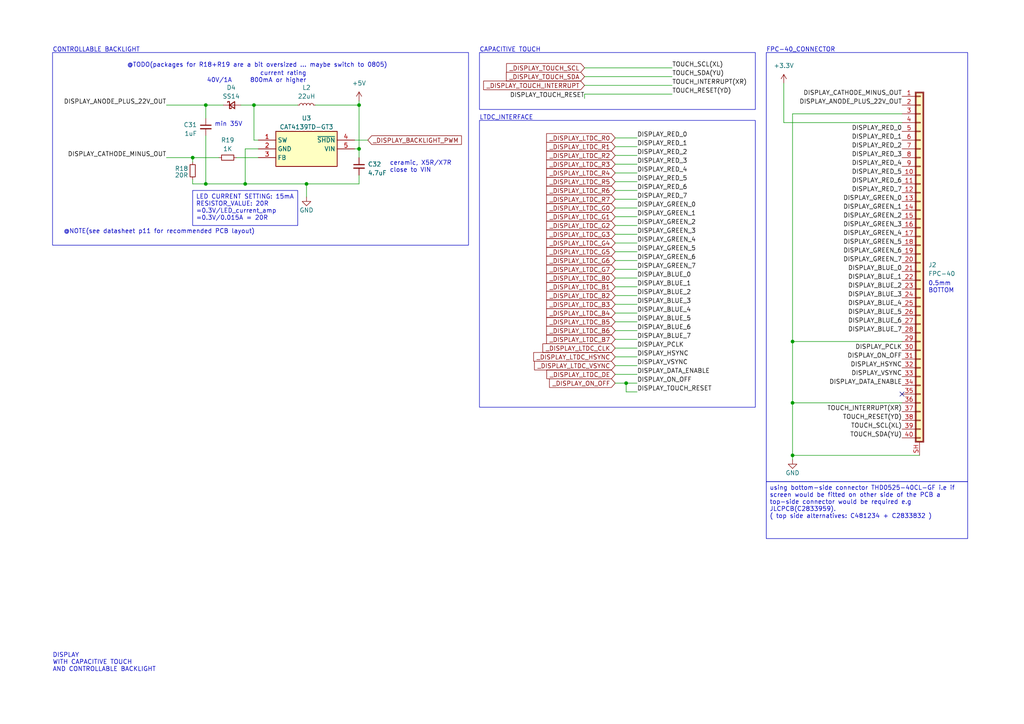
<source format=kicad_sch>
(kicad_sch (version 20230121) (generator eeschema)
  (paper "A4")
  (lib_symbols
    (symbol "CAT4139TD-GT3:CAT4139TD-GT3"
      (property "Reference" "IC" (at 24.13 7.62 0))
      (property "Value" "CAT4139TD-GT3" (at 24.13 5.08 0))
      (symbol "CAT4139TD-GT3_1_1"
        (rectangle (start 5.08 2.54) (end 22.86 -7.62) (stroke (width 0.254)) (fill (type background)))
        (pin passive line (at 0 0 0) (length 5.08) (name "SW") (number "1"))
        (pin power_in line (at 0 -2.54 0) (length 5.08) (name "GND") (number "2"))
        (pin passive line (at 0 -5.08 0) (length 5.08) (name "FB") (number "3"))
        (pin passive line (at 27.94 0 180) (length 5.08) (name "~{SHDN}") (number "4"))
        (pin input line (at 27.94 -2.54 180) (length 5.08) (name "VIN") (number "5"))
      )
    )
    (symbol "Connector_Generic_Shielded:Conn_01x40_Shielded" (pin_names (offset 1.016) hide)
      (property "Reference" "J" (at 0.254 50.546 0))
      (property "Value" "Conn_01x40_Shielded" (at 1.016 -53.086 0))
      (symbol "Conn_01x40_Shielded_1_1"
        (rectangle (start -1.27 49.53) (end 1.27 -52.07) (stroke (width 0.1524)))
        (rectangle (start -1.016 -50.673) (end 0.254 -50.927) (stroke (width 0.1524)))
        (rectangle (start -1.016 -48.133) (end 0.254 -48.387) (stroke (width 0.1524)))
        (rectangle (start -1.016 -45.593) (end 0.254 -45.847) (stroke (width 0.1524)))
        (rectangle (start -1.016 -43.053) (end 0.254 -43.307) (stroke (width 0.1524)))
        (rectangle (start -1.016 -40.513) (end 0.254 -40.767) (stroke (width 0.1524)))
        (rectangle (start -1.016 -37.973) (end 0.254 -38.227) (stroke (width 0.1524)))
        (rectangle (start -1.016 -35.433) (end 0.254 -35.687) (stroke (width 0.1524)))
        (rectangle (start -1.016 -32.893) (end 0.254 -33.147) (stroke (width 0.1524)))
        (rectangle (start -1.016 -30.353) (end 0.254 -30.607) (stroke (width 0.1524)))
        (rectangle (start -1.016 -27.813) (end 0.254 -28.067) (stroke (width 0.1524)))
        (rectangle (start -1.016 -25.273) (end 0.254 -25.527) (stroke (width 0.1524)))
        (rectangle (start -1.016 -22.733) (end 0.254 -22.987) (stroke (width 0.1524)))
        (rectangle (start -1.016 -20.193) (end 0.254 -20.447) (stroke (width 0.1524)))
        (rectangle (start -1.016 -17.653) (end 0.254 -17.907) (stroke (width 0.1524)))
        (rectangle (start -1.016 -15.113) (end 0.254 -15.367) (stroke (width 0.1524)))
        (rectangle (start -1.016 -12.573) (end 0.254 -12.827) (stroke (width 0.1524)))
        (rectangle (start -1.016 -10.033) (end 0.254 -10.287) (stroke (width 0.1524)))
        (rectangle (start -1.016 -7.493) (end 0.254 -7.747) (stroke (width 0.1524)))
        (rectangle (start -1.016 -4.953) (end 0.254 -5.207) (stroke (width 0.1524)))
        (rectangle (start -1.016 -2.413) (end 0.254 -2.667) (stroke (width 0.1524)))
        (rectangle (start -1.016 0.127) (end 0.254 -0.127) (stroke (width 0.1524)))
        (rectangle (start -1.016 2.667) (end 0.254 2.413) (stroke (width 0.1524)))
        (rectangle (start -1.016 5.207) (end 0.254 4.953) (stroke (width 0.1524)))
        (rectangle (start -1.016 7.747) (end 0.254 7.493) (stroke (width 0.1524)))
        (rectangle (start -1.016 10.287) (end 0.254 10.033) (stroke (width 0.1524)))
        (rectangle (start -1.016 12.827) (end 0.254 12.573) (stroke (width 0.1524)))
        (rectangle (start -1.016 15.367) (end 0.254 15.113) (stroke (width 0.1524)))
        (rectangle (start -1.016 17.907) (end 0.254 17.653) (stroke (width 0.1524)))
        (rectangle (start -1.016 20.447) (end 0.254 20.193) (stroke (width 0.1524)))
        (rectangle (start -1.016 22.987) (end 0.254 22.733) (stroke (width 0.1524)))
        (rectangle (start -1.016 25.527) (end 0.254 25.273) (stroke (width 0.1524)))
        (rectangle (start -1.016 28.067) (end 0.254 27.813) (stroke (width 0.1524)))
        (rectangle (start -1.016 30.607) (end 0.254 30.353) (stroke (width 0.1524)))
        (rectangle (start -1.016 33.147) (end 0.254 32.893) (stroke (width 0.1524)))
        (rectangle (start -1.016 35.687) (end 0.254 35.433) (stroke (width 0.1524)))
        (rectangle (start -1.016 38.227) (end 0.254 37.973) (stroke (width 0.1524)))
        (rectangle (start -1.016 40.767) (end 0.254 40.513) (stroke (width 0.1524)))
        (rectangle (start -1.016 43.307) (end 0.254 43.053) (stroke (width 0.1524)))
        (rectangle (start -1.016 45.847) (end 0.254 45.593) (stroke (width 0.1524)))
        (rectangle (start -1.016 48.387) (end 0.254 48.133) (stroke (width 0.1524)))
        (rectangle (start -1.016 49.276) (end 1.016 -51.816) (stroke (width 0.254)) (fill (type background)))
        (pin passive line (at -5.08 48.26 0) (length 4.064) (name "Pin_1") (number "1"))
        (pin passive line (at -5.08 25.4 0) (length 4.064) (name "Pin_10") (number "10"))
        (pin passive line (at -5.08 22.86 0) (length 4.064) (name "Pin_11") (number "11"))
        (pin passive line (at -5.08 20.32 0) (length 4.064) (name "Pin_12") (number "12"))
        (pin passive line (at -5.08 17.78 0) (length 4.064) (name "Pin_13") (number "13"))
        (pin passive line (at -5.08 15.24 0) (length 4.064) (name "Pin_14") (number "14"))
        (pin passive line (at -5.08 12.7 0) (length 4.064) (name "Pin_15") (number "15"))
        (pin passive line (at -5.08 10.16 0) (length 4.064) (name "Pin_16") (number "16"))
        (pin passive line (at -5.08 7.62 0) (length 4.064) (name "Pin_17") (number "17"))
        (pin passive line (at -5.08 5.08 0) (length 4.064) (name "Pin_18") (number "18"))
        (pin passive line (at -5.08 2.54 0) (length 4.064) (name "Pin_19") (number "19"))
        (pin passive line (at -5.08 45.72 0) (length 4.064) (name "Pin_2") (number "2"))
        (pin passive line (at -5.08 0 0) (length 4.064) (name "Pin_20") (number "20"))
        (pin passive line (at -5.08 -2.54 0) (length 4.064) (name "Pin_21") (number "21"))
        (pin passive line (at -5.08 -5.08 0) (length 4.064) (name "Pin_22") (number "22"))
        (pin passive line (at -5.08 -7.62 0) (length 4.064) (name "Pin_23") (number "23"))
        (pin passive line (at -5.08 -10.16 0) (length 4.064) (name "Pin_24") (number "24"))
        (pin passive line (at -5.08 -12.7 0) (length 4.064) (name "Pin_25") (number "25"))
        (pin passive line (at -5.08 -15.24 0) (length 4.064) (name "Pin_26") (number "26"))
        (pin passive line (at -5.08 -17.78 0) (length 4.064) (name "Pin_27") (number "27"))
        (pin passive line (at -5.08 -20.32 0) (length 4.064) (name "Pin_28") (number "28"))
        (pin passive line (at -5.08 -22.86 0) (length 4.064) (name "Pin_29") (number "29"))
        (pin passive line (at -5.08 43.18 0) (length 4.064) (name "Pin_3") (number "3"))
        (pin passive line (at -5.08 -25.4 0) (length 4.064) (name "Pin_30") (number "30"))
        (pin passive line (at -5.08 -27.94 0) (length 4.064) (name "Pin_31") (number "31"))
        (pin passive line (at -5.08 -30.48 0) (length 4.064) (name "Pin_32") (number "32"))
        (pin passive line (at -5.08 -33.02 0) (length 4.064) (name "Pin_33") (number "33"))
        (pin passive line (at -5.08 -35.56 0) (length 4.064) (name "Pin_34") (number "34"))
        (pin passive line (at -5.08 -38.1 0) (length 4.064) (name "Pin_35") (number "35"))
        (pin passive line (at -5.08 -40.64 0) (length 4.064) (name "Pin_36") (number "36"))
        (pin passive line (at -5.08 -43.18 0) (length 4.064) (name "Pin_37") (number "37"))
        (pin passive line (at -5.08 -45.72 0) (length 4.064) (name "Pin_38") (number "38"))
        (pin passive line (at -5.08 -48.26 0) (length 4.064) (name "Pin_39") (number "39"))
        (pin passive line (at -5.08 40.64 0) (length 4.064) (name "Pin_4") (number "4"))
        (pin passive line (at -5.08 -50.8 0) (length 4.064) (name "Pin_40") (number "40"))
        (pin passive line (at -5.08 38.1 0) (length 4.064) (name "Pin_5") (number "5"))
        (pin passive line (at -5.08 35.56 0) (length 4.064) (name "Pin_6") (number "6"))
        (pin passive line (at -5.08 33.02 0) (length 4.064) (name "Pin_7") (number "7"))
        (pin passive line (at -5.08 30.48 0) (length 4.064) (name "Pin_8") (number "8"))
        (pin passive line (at -5.08 27.94 0) (length 4.064) (name "Pin_9") (number "9"))
        (pin passive line (at 0 -55.88 90) (length 3.81) (name "Shield") (number "SH"))
      )
    )
    (symbol "Device:C_Small" (pin_numbers hide) (pin_names (offset 0.254) hide)
      (property "Reference" "C" (at 0.254 1.778 0))
      (property "Value" "C_Small" (at 0.254 -2.032 0))
      (symbol "C_Small_0_1"
        (polyline (pts (xy -1.524 -0.508) (xy 1.524 -0.508)) (stroke (width 0.3302)))
        (polyline (pts (xy -1.524 0.508) (xy 1.524 0.508)) (stroke (width 0.3048)))
      )
      (symbol "C_Small_1_1"
        (pin passive line (at 0 2.54 270) (length 2.032) (name "~") (number "1"))
        (pin passive line (at 0 -2.54 90) (length 2.032) (name "~") (number "2"))
      )
    )
    (symbol "Device:D_Schottky_Small" (pin_numbers hide) (pin_names (offset 0.254) hide)
      (property "Reference" "D" (at -1.27 2.032 0))
      (property "Value" "D_Schottky_Small" (at -7.112 -2.032 0))
      (symbol "D_Schottky_Small_0_1"
        (polyline (pts (xy -0.762 0) (xy 0.762 0)))
        (polyline (pts (xy 0.762 -1.016) (xy -0.762 0) (xy 0.762 1.016) (xy 0.762 -1.016)) (stroke (width 0.254)))
        (polyline (pts (xy -1.27 0.762) (xy -1.27 1.016) (xy -0.762 1.016) (xy -0.762 -1.016) (xy -0.254 -1.016) (xy -0.254 -0.762)) (stroke (width 0.254)))
      )
      (symbol "D_Schottky_Small_1_1"
        (pin passive line (at -2.54 0 0) (length 1.778) (name "K") (number "1"))
        (pin passive line (at 2.54 0 180) (length 1.778) (name "A") (number "2"))
      )
    )
    (symbol "Device:L_Small" (pin_numbers hide) (pin_names (offset 0.254) hide)
      (property "Reference" "L" (at 0.762 1.016 0))
      (property "Value" "L_Small" (at 0.762 -1.016 0))
      (symbol "L_Small_0_1"
        (arc (start 0 -2.032) (mid 0.5058 -1.524) (end 0 -1.016))
        (arc (start 0 -1.016) (mid 0.5058 -0.508) (end 0 0))
        (arc (start 0 0) (mid 0.5058 0.508) (end 0 1.016))
        (arc (start 0 1.016) (mid 0.5058 1.524) (end 0 2.032))
      )
      (symbol "L_Small_1_1"
        (pin passive line (at 0 2.54 270) (length 0.508) (name "~") (number "1"))
        (pin passive line (at 0 -2.54 90) (length 0.508) (name "~") (number "2"))
      )
    )
    (symbol "Device:R_Small" (pin_numbers hide) (pin_names (offset 0.254) hide)
      (property "Reference" "R" (at 0.762 0.508 0))
      (property "Value" "R_Small" (at 0.762 -1.016 0))
      (symbol "R_Small_0_1"
        (rectangle (start -0.762 1.778) (end 0.762 -1.778) (stroke (width 0.2032)))
      )
      (symbol "R_Small_1_1"
        (pin passive line (at 0 2.54 270) (length 0.762) (name "~") (number "1"))
        (pin passive line (at 0 -2.54 90) (length 0.762) (name "~") (number "2"))
      )
    )
    (symbol "power:+3.3V" (power) (pin_names (offset 0))
      (property "Value" "+3.3V" (at 0 3.556 0))
      (symbol "+3.3V_0_1"
        (polyline (pts (xy -0.762 1.27) (xy 0 2.54)))
        (polyline (pts (xy 0 0) (xy 0 2.54)))
        (polyline (pts (xy 0 2.54) (xy 0.762 1.27)))
      )
      (symbol "+3.3V_1_1"
        (pin power_in line (at 0 0 90) (length 0) hide (name "+3.3V") (number "1"))
      )
    )
    (symbol "power:+5V" (power) (pin_names (offset 0))
      (property "Value" "+5V" (at 0 3.556 0))
      (symbol "+5V_0_1"
        (polyline (pts (xy -0.762 1.27) (xy 0 2.54)))
        (polyline (pts (xy 0 0) (xy 0 2.54)))
        (polyline (pts (xy 0 2.54) (xy 0.762 1.27)))
      )
      (symbol "+5V_1_1"
        (pin power_in line (at 0 0 90) (length 0) hide (name "+5V") (number "1"))
      )
    )
    (symbol "power:GND" (power) (pin_names (offset 0))
      (property "Value" "GND" (at 0 -3.81 0))
      (symbol "GND_0_1"
        (polyline (pts (xy 0 0) (xy 0 -1.27) (xy 1.27 -1.27) (xy 0 -2.54) (xy -1.27 -1.27) (xy 0 -1.27)))
      )
      (symbol "GND_1_1"
        (pin power_in line (at 0 0 270) (length 0) hide (name "GND") (number "1"))
      )
    )
  )
  (junction (at 55.88 45.72))
  (junction (at 59.69 30.48))
  (junction (at 59.69 53.34))
  (junction (at 71.12 53.34))
  (junction (at 229.87 99.06))
  (junction (at 104.14 30.48))
  (junction (at 181.61 111.125))
  (junction (at 229.87 132.08))
  (junction (at 73.66 30.48))
  (junction (at 229.87 116.84))
  (junction (at 104.14 43.18))
  (junction (at 88.9 53.34))
  (no_connect (at 261.62 114.3))
  (wire (pts (xy 184.785 40.005) (xy 178.435 40.005)))
  (wire (pts (xy 184.785 73.025) (xy 178.435 73.025)))
  (wire (pts (xy 184.785 95.885) (xy 178.435 95.885)))
  (wire (pts (xy 184.785 57.785) (xy 178.435 57.785)))
  (wire (pts (xy 184.785 90.805) (xy 178.435 90.805)))
  (wire (pts (xy 184.785 60.325) (xy 178.435 60.325)))
  (wire (pts (xy 181.61 111.125) (xy 181.61 113.665)))
  (wire (pts (xy 184.785 65.405) (xy 178.435 65.405)))
  (wire (pts (xy 178.435 111.125) (xy 181.61 111.125)))
  (wire (pts (xy 261.62 35.56) (xy 227.33 35.56)))
  (wire (pts (xy 104.14 30.48) (xy 104.14 29.21)))
  (wire (pts (xy 71.12 53.34) (xy 88.9 53.34)))
  (wire (pts (xy 184.785 55.245) (xy 178.435 55.245)))
  (wire (pts (xy 169.545 27.305) (xy 194.945 27.305)))
  (wire (pts (xy 169.545 27.305) (xy 169.545 28.575)))
  (wire (pts (xy 88.9 53.34) (xy 88.9 57.15)))
  (wire (pts (xy 104.14 30.48) (xy 104.14 43.18)))
  (wire (pts (xy 184.785 62.865) (xy 178.435 62.865)))
  (wire (pts (xy 184.785 88.265) (xy 178.435 88.265)))
  (wire (pts (xy 55.88 53.34) (xy 59.69 53.34)))
  (wire (pts (xy 184.785 113.665) (xy 181.61 113.665)))
  (wire (pts (xy 184.785 85.725) (xy 178.435 85.725)))
  (wire (pts (xy 184.785 75.565) (xy 178.435 75.565)))
  (wire (pts (xy 169.545 19.685) (xy 194.945 19.685)))
  (wire (pts (xy 184.785 100.965) (xy 178.435 100.965)))
  (wire (pts (xy 55.88 45.72) (xy 55.88 46.99)))
  (wire (pts (xy 48.26 45.72) (xy 55.88 45.72)))
  (wire (pts (xy 184.785 70.485) (xy 178.435 70.485)))
  (wire (pts (xy 59.69 30.48) (xy 59.69 34.29)))
  (wire (pts (xy 73.66 40.64) (xy 73.66 30.48)))
  (wire (pts (xy 184.785 106.045) (xy 178.435 106.045)))
  (wire (pts (xy 104.14 50.8) (xy 104.14 53.34)))
  (wire (pts (xy 74.93 40.64) (xy 73.66 40.64)))
  (wire (pts (xy 229.87 132.08) (xy 266.7 132.08)))
  (wire (pts (xy 104.14 43.18) (xy 104.14 45.72)))
  (wire (pts (xy 184.785 80.645) (xy 178.435 80.645)))
  (wire (pts (xy 102.87 40.64) (xy 106.68 40.64)))
  (wire (pts (xy 184.785 67.945) (xy 178.435 67.945)))
  (wire (pts (xy 229.87 116.84) (xy 229.87 132.08)))
  (wire (pts (xy 229.87 99.06) (xy 261.62 99.06)))
  (wire (pts (xy 184.785 108.585) (xy 178.435 108.585)))
  (wire (pts (xy 68.58 45.72) (xy 74.93 45.72)))
  (wire (pts (xy 184.785 103.505) (xy 178.435 103.505)))
  (wire (pts (xy 227.33 24.13) (xy 227.33 35.56)))
  (wire (pts (xy 59.69 53.34) (xy 71.12 53.34)))
  (wire (pts (xy 184.785 52.705) (xy 178.435 52.705)))
  (wire (pts (xy 229.87 99.06) (xy 229.87 116.84)))
  (wire (pts (xy 55.88 52.07) (xy 55.88 53.34)))
  (wire (pts (xy 181.61 111.125) (xy 184.785 111.125)))
  (wire (pts (xy 184.785 78.105) (xy 178.435 78.105)))
  (wire (pts (xy 184.785 42.545) (xy 178.435 42.545)))
  (wire (pts (xy 184.785 45.085) (xy 178.435 45.085)))
  (wire (pts (xy 69.85 30.48) (xy 73.66 30.48)))
  (wire (pts (xy 59.69 39.37) (xy 59.69 53.34)))
  (wire (pts (xy 229.87 33.02) (xy 261.62 33.02)))
  (wire (pts (xy 229.87 33.02) (xy 229.87 99.06)))
  (wire (pts (xy 169.545 24.765) (xy 194.945 24.765)))
  (wire (pts (xy 184.785 98.425) (xy 178.435 98.425)))
  (wire (pts (xy 184.785 47.625) (xy 178.435 47.625)))
  (wire (pts (xy 91.44 30.48) (xy 104.14 30.48)))
  (wire (pts (xy 88.9 53.34) (xy 104.14 53.34)))
  (wire (pts (xy 71.12 43.18) (xy 71.12 53.34)))
  (wire (pts (xy 55.88 45.72) (xy 63.5 45.72)))
  (wire (pts (xy 184.785 83.185) (xy 178.435 83.185)))
  (wire (pts (xy 73.66 30.48) (xy 86.36 30.48)))
  (wire (pts (xy 184.785 93.345) (xy 178.435 93.345)))
  (wire (pts (xy 74.93 43.18) (xy 71.12 43.18)))
  (wire (pts (xy 184.785 50.165) (xy 178.435 50.165)))
  (wire (pts (xy 169.545 22.225) (xy 194.945 22.225)))
  (wire (pts (xy 102.87 43.18) (xy 104.14 43.18)))
  (wire (pts (xy 229.87 132.08) (xy 229.87 133.35)))
  (wire (pts (xy 229.87 116.84) (xy 261.62 116.84)))
  (wire (pts (xy 48.26 30.48) (xy 59.69 30.48)))
  (wire (pts (xy 59.69 30.48) (xy 64.77 30.48)))
  (rectangle (start 139.065 15.24) (end 219.075 31.75))
  (rectangle (start 15.24 15.24) (end 135.89 71.12))
  (rectangle (start 222.25 15.24) (end 280.67 139.7))
  (rectangle (start 139.065 34.925) (end 219.075 118.11))
  (text_box "using bottom-side connector THD0525-40CL-GF i.e if screen would be fitted on other side of the PCB a top-side connector would be required e.g JLCPCB(C2833959).\n( top side alternatives: C481234 + C2833832 )\n" (at 222.25 139.7 0) (size 58.42 16.51) (effects (font (size 1.27 1.27)) (justify left top)))
  (text_box "LED CURRENT SETTING: 15mA\nRESISTOR_VALUE: 20R\n=0.3V/LED_current_amp\n=0.3V/0.015A = 20R" (at 55.88 55.245 0) (size 30.48 10.16) (effects (font (size 1.27 1.27)) (justify left top)))
  (text "CONTROLLABLE BACKLIGHT" (at 15.24 15.24 0) (effects (font (size 1.27 1.27)) (justify left bottom)))
  (text "current rating\n800mA or higher" (at 88.9 24.13 0) (effects (font (size 1.27 1.27)) (justify right bottom)))
  (text "@TODO(packages for R18+R19 are a bit oversized … maybe switch to 0805)" (at 36.83 19.685 0) (effects (font (size 1.27 1.27)) (justify left bottom)))
  (text "ceramic, X5R/X7R\nclose to VIN" (at 113.03 50.165 0) (effects (font (size 1.27 1.27)) (justify left bottom)))
  (text "0.5mm\nBOTTOM" (at 269.24 85.09 0) (effects (font (size 1.27 1.27)) (justify left bottom)))
  (text "CAPACITIVE TOUCH" (at 139.065 15.24 0) (effects (font (size 1.27 1.27)) (justify left bottom)))
  (text "@NOTE(see datasheet p11 for recommended PCB layout)" (at 18.415 67.945 0) (effects (font (size 1.27 1.27)) (justify left bottom)))
  (text "FPC-40_CONNECTOR" (at 222.25 15.24 0) (effects (font (size 1.27 1.27)) (justify left bottom)))
  (text "min 35V" (at 62.23 36.83 0) (effects (font (size 1.27 1.27)) (justify left bottom)))
  (text "40V/1A" (at 67.31 24.13 0) (effects (font (size 1.27 1.27)) (justify right bottom)))
  (text "LTDC_INTERFACE" (at 139.065 34.925 0) (effects (font (size 1.27 1.27)) (justify left bottom)))
  (text "DISPLAY\nWITH CAPACITIVE TOUCH\nAND CONTROLLABLE BACKLIGHT" (at 15.24 194.945 0) (effects (font (size 1.27 1.27)) (justify left bottom)))
  (label "DISPLAY_GREEN_7" (at 261.62 76.2 180))
  (label "DISPLAY_RED_6" (at 184.785 55.245 0))
  (label "DISPLAY_BLUE_3" (at 184.785 88.265 0))
  (label "DISPLAY_TOUCH_RESET" (at 169.545 28.575 180))
  (label "DISPLAY_VSYNC" (at 184.785 106.045 0))
  (label "TOUCH_RESET(YD)" (at 261.62 121.92 180))
  (label "DISPLAY_BLUE_0" (at 261.62 78.74 180))
  (label "DISPLAY_GREEN_4" (at 261.62 68.58 180))
  (label "DISPLAY_DATA_ENABLE" (at 184.785 108.585 0))
  (label "DISPLAY_RED_1" (at 261.62 40.64 180))
  (label "TOUCH_SDA(YU)" (at 194.945 22.225 0))
  (label "DISPLAY_RED_0" (at 261.62 38.1 180))
  (label "DISPLAY_GREEN_0" (at 261.62 58.42 180))
  (label "DISPLAY_GREEN_0" (at 184.785 60.325 0))
  (label "DISPLAY_RED_6" (at 261.62 53.34 180))
  (label "DISPLAY_RED_2" (at 261.62 43.18 180))
  (label "DISPLAY_GREEN_1" (at 184.785 62.865 0))
  (label "DISPLAY_BLUE_2" (at 184.785 85.725 0))
  (label "DISPLAY_GREEN_6" (at 261.62 73.66 180))
  (label "DISPLAY_ON_OFF" (at 261.62 104.14 180))
  (label "TOUCH_SCL(XL)" (at 261.62 124.46 180))
  (label "DISPLAY_ON_OFF" (at 184.785 111.125 0))
  (label "DISPLAY_PCLK" (at 184.785 100.965 0))
  (label "DISPLAY_BLUE_5" (at 184.785 93.345 0))
  (label "DISPLAY_BLUE_4" (at 184.785 90.805 0))
  (label "DISPLAY_BLUE_4" (at 261.62 88.9 180))
  (label "DISPLAY_RED_0" (at 184.785 40.005 0))
  (label "DISPLAY_BLUE_7" (at 261.62 96.52 180))
  (label "DISPLAY_GREEN_2" (at 184.785 65.405 0))
  (label "DISPLAY_VSYNC" (at 261.62 109.22 180))
  (label "DISPLAY_BLUE_1" (at 261.62 81.28 180))
  (label "TOUCH_INTERRUPT(XR)" (at 261.62 119.38 180))
  (label "DISPLAY_BLUE_5" (at 261.62 91.44 180))
  (label "DISPLAY_ANODE_PLUS_22V_OUT" (at 48.26 30.48 180))
  (label "DISPLAY_BLUE_0" (at 184.785 80.645 0))
  (label "DISPLAY_BLUE_3" (at 261.62 86.36 180))
  (label "DISPLAY_ANODE_PLUS_22V_OUT" (at 261.62 30.48 180))
  (label "TOUCH_RESET(YD)" (at 194.945 27.305 0))
  (label "DISPLAY_HSYNC" (at 261.62 106.68 180))
  (label "DISPLAY_RED_7" (at 184.785 57.785 0))
  (label "DISPLAY_BLUE_2" (at 261.62 83.82 180))
  (label "DISPLAY_GREEN_5" (at 261.62 71.12 180))
  (label "DISPLAY_RED_1" (at 184.785 42.545 0))
  (label "DISPLAY_CATHODE_MINUS_OUT" (at 261.62 27.94 180))
  (label "DISPLAY_RED_4" (at 184.785 50.165 0))
  (label "DISPLAY_GREEN_4" (at 184.785 70.485 0))
  (label "DISPLAY_RED_5" (at 184.785 52.705 0))
  (label "TOUCH_SCL(XL)" (at 194.945 19.685 0))
  (label "DISPLAY_BLUE_6" (at 261.62 93.98 180))
  (label "DISPLAY_DATA_ENABLE" (at 261.62 111.76 180))
  (label "DISPLAY_GREEN_7" (at 184.785 78.105 0))
  (label "DISPLAY_RED_3" (at 184.785 47.625 0))
  (label "DISPLAY_RED_7" (at 261.62 55.88 180))
  (label "DISPLAY_GREEN_5" (at 184.785 73.025 0))
  (label "TOUCH_SDA(YU)" (at 261.62 127 180))
  (label "DISPLAY_GREEN_1" (at 261.62 60.96 180))
  (label "DISPLAY_CATHODE_MINUS_OUT" (at 48.26 45.72 180))
  (label "DISPLAY_BLUE_6" (at 184.785 95.885 0))
  (label "DISPLAY_GREEN_3" (at 261.62 66.04 180))
  (label "DISPLAY_GREEN_2" (at 261.62 63.5 180))
  (label "DISPLAY_RED_3" (at 261.62 45.72 180))
  (label "TOUCH_INTERRUPT(XR)" (at 194.945 24.765 0))
  (label "DISPLAY_PCLK" (at 261.62 101.6 180))
  (label "DISPLAY_TOUCH_RESET" (at 184.785 113.665 0))
  (label "DISPLAY_GREEN_6" (at 184.785 75.565 0))
  (label "DISPLAY_RED_4" (at 261.62 48.26 180))
  (label "DISPLAY_BLUE_1" (at 184.785 83.185 0))
  (label "DISPLAY_HSYNC" (at 184.785 103.505 0))
  (label "DISPLAY_RED_2" (at 184.785 45.085 0))
  (label "DISPLAY_RED_5" (at 261.62 50.8 180))
  (label "DISPLAY_GREEN_3" (at 184.785 67.945 0))
  (label "DISPLAY_BLUE_7" (at 184.785 98.425 0))
  (global_label "_DISPLAY_LTDC_G4" (shape input) (at 178.435 70.485 180) (property "Intersheetrefs" "${INTERSHEET_REFS}" (effects hide)))
  (global_label "_DISPLAY_LTDC_G0" (shape input) (at 178.435 60.325 180) (property "Intersheetrefs" "${INTERSHEET_REFS}" (effects hide)))
  (global_label "_DISPLAY_BACKLIGHT_PWM" (shape input) (at 106.68 40.64 0) (property "Intersheetrefs" "${INTERSHEET_REFS}" (effects hide)))
  (global_label "_DISPLAY_TOUCH_SDA" (shape input) (at 169.545 22.225 180) (property "Intersheetrefs" "${INTERSHEET_REFS}" (effects hide)))
  (global_label "_DISPLAY_LTDC_B6" (shape input) (at 178.435 95.885 180) (property "Intersheetrefs" "${INTERSHEET_REFS}" (effects hide)))
  (global_label "_DISPLAY_TOUCH_INTERRUPT" (shape input) (at 169.545 24.765 180) (property "Intersheetrefs" "${INTERSHEET_REFS}" (effects hide)))
  (global_label "_DISPLAY_LTDC_HSYNC" (shape input) (at 178.435 103.505 180) (property "Intersheetrefs" "${INTERSHEET_REFS}" (effects hide)))
  (global_label "_DISPLAY_LTDC_R2" (shape input) (at 178.435 45.085 180) (property "Intersheetrefs" "${INTERSHEET_REFS}" (effects hide)))
  (global_label "_DISPLAY_LTDC_B3" (shape input) (at 178.435 88.265 180) (property "Intersheetrefs" "${INTERSHEET_REFS}" (effects hide)))
  (global_label "_DISPLAY_LTDC_B2" (shape input) (at 178.435 85.725 180) (property "Intersheetrefs" "${INTERSHEET_REFS}" (effects hide)))
  (global_label "_DISPLAY_LTDC_R6" (shape input) (at 178.435 55.245 180) (property "Intersheetrefs" "${INTERSHEET_REFS}" (effects hide)))
  (global_label "_DISPLAY_LTDC_R1" (shape input) (at 178.435 42.545 180) (property "Intersheetrefs" "${INTERSHEET_REFS}" (effects hide)))
  (global_label "_DISPLAY_LTDC_G3" (shape input) (at 178.435 67.945 180) (property "Intersheetrefs" "${INTERSHEET_REFS}" (effects hide)))
  (global_label "_DISPLAY_LTDC_B0" (shape input) (at 178.435 80.645 180) (property "Intersheetrefs" "${INTERSHEET_REFS}" (effects hide)))
  (global_label "_DISPLAY_LTDC_DE" (shape input) (at 178.435 108.585 180) (property "Intersheetrefs" "${INTERSHEET_REFS}" (effects hide)))
  (global_label "_DISPLAY_LTDC_G7" (shape input) (at 178.435 78.105 180) (property "Intersheetrefs" "${INTERSHEET_REFS}" (effects hide)))
  (global_label "_DISPLAY_LTDC_G2" (shape input) (at 178.435 65.405 180) (property "Intersheetrefs" "${INTERSHEET_REFS}" (effects hide)))
  (global_label "_DISPLAY_LTDC_VSYNC" (shape input) (at 178.435 106.045 180) (property "Intersheetrefs" "${INTERSHEET_REFS}" (effects hide)))
  (global_label "_DISPLAY_LTDC_G6" (shape input) (at 178.435 75.565 180) (property "Intersheetrefs" "${INTERSHEET_REFS}" (effects hide)))
  (global_label "_DISPLAY_LTDC_R3" (shape input) (at 178.435 47.625 180) (property "Intersheetrefs" "${INTERSHEET_REFS}" (effects hide)))
  (global_label "_DISPLAY_LTDC_R4" (shape input) (at 178.435 50.165 180) (property "Intersheetrefs" "${INTERSHEET_REFS}" (effects hide)))
  (global_label "_DISPLAY_LTDC_G1" (shape input) (at 178.435 62.865 180) (property "Intersheetrefs" "${INTERSHEET_REFS}" (effects hide)))
  (global_label "_DISPLAY_LTDC_R5" (shape input) (at 178.435 52.705 180) (property "Intersheetrefs" "${INTERSHEET_REFS}" (effects hide)))
  (global_label "_DISPLAY_TOUCH_SCL" (shape input) (at 169.545 19.685 180) (property "Intersheetrefs" "${INTERSHEET_REFS}" (effects hide)))
  (global_label "_DISPLAY_LTDC_B1" (shape input) (at 178.435 83.185 180) (property "Intersheetrefs" "${INTERSHEET_REFS}" (effects hide)))
  (global_label "_DISPLAY_ON_OFF" (shape input) (at 178.435 111.125 180) (property "Intersheetrefs" "${INTERSHEET_REFS}" (effects hide)))
  (global_label "_DISPLAY_LTDC_R0" (shape input) (at 178.435 40.005 180) (property "Intersheetrefs" "${INTERSHEET_REFS}" (effects hide)))
  (global_label "_DISPLAY_LTDC_B4" (shape input) (at 178.435 90.805 180) (property "Intersheetrefs" "${INTERSHEET_REFS}" (effects hide)))
  (global_label "_DISPLAY_LTDC_CLK" (shape input) (at 178.435 100.965 180) (property "Intersheetrefs" "${INTERSHEET_REFS}" (effects hide)))
  (global_label "_DISPLAY_LTDC_R7" (shape input) (at 178.435 57.785 180) (property "Intersheetrefs" "${INTERSHEET_REFS}" (effects hide)))
  (global_label "_DISPLAY_LTDC_G5" (shape input) (at 178.435 73.025 180) (property "Intersheetrefs" "${INTERSHEET_REFS}" (effects hide)))
  (global_label "_DISPLAY_LTDC_B7" (shape input) (at 178.435 98.425 180) (property "Intersheetrefs" "${INTERSHEET_REFS}" (effects hide)))
  (global_label "_DISPLAY_LTDC_B5" (shape input) (at 178.435 93.345 180) (property "Intersheetrefs" "${INTERSHEET_REFS}" (effects hide)))
  (symbol (lib_id "Device:C_Small") (at 104.14 48.26 0) (unit 1)
    (property "Reference" "C32" (at 106.68 47.6313 0) (effects (justify left)))
    (property "Value" "4.7uF" (at 106.68 50.1713 0) (effects (justify left)))
    (property "Footprint" "Capacitor_SMD:C_0805_2012Metric" (effects hide))
    (property "Description" "16V" (effects hide))
    (property "JLCPCB" "C90791" (effects hide))
  )
  (symbol (lib_id "Device:C_Small") (at 59.69 36.83 0) (mirror y) (unit 1)
    (property "Reference" "C31" (at 57.15 36.2013 0) (effects (justify left)))
    (property "Value" "1uF" (at 57.15 38.7413 0) (effects (justify left)))
    (property "Footprint" "Capacitor_SMD:C_0805_2012Metric" (effects hide))
    (property "JLCPCB" "C386107" (effects hide))
    (property "Description" "50V" (effects hide))
  )
  (symbol (lib_id "power:+5V") (at 104.14 29.21 0) (unit 1)
    (property "Reference" "#PWR043" (effects hide))
    (property "Value" "+5V" (at 104.14 24.13 0))
  )
  (symbol (lib_id "power:GND") (at 229.87 133.35 0) (mirror y) (unit 1)
    (property "Reference" "#PWR04" (effects hide))
    (property "Value" "GND" (at 229.87 137.16 0))
    (instances (project "KLST_PANDA" (path "" (reference "#PWR04") (unit 1)) (path "" (reference "#PWR04") (unit 1)) (path "" (reference "#PWR045") (unit 1))))
  )
  (symbol (lib_id "Device:D_Schottky_Small") (at 67.31 30.48 0) (unit 1)
    (property "Reference" "D4" (at 67.056 25.4 0))
    (property "Value" "SS14" (at 67.056 27.94 0))
    (property "Footprint" "Diode_SMD:D_SMA" (effects hide))
    (property "JLCPCB" "C2480" (effects hide))
  )
  (symbol (lib_id "Device:R_Small") (at 66.04 45.72 90) (unit 1)
    (property "Reference" "R19" (at 66.04 40.64 90))
    (property "Value" "1K" (at 66.04 43.18 90))
    (property "Footprint" "Resistor_SMD:R_1218_3246Metric" (effects hide))
    (property "JLCPCB" "C425046" (effects hide))
    (property "Description" "1W" (effects hide))
  )
  (symbol (lib_id "Connector_Generic_Shielded:Conn_01x40_Shielded") (at 266.7 76.2 0) (unit 1)
    (property "Reference" "J2" (at 269.24 76.835 0) (effects (justify left)))
    (property "Value" "FPC-40" (at 269.24 79.375 0) (effects (justify left)))
    (property "Footprint" "THD0525-40CL-GF:CONN-SMD_40P-P0.50-H_THD0525-40CL-GF" (effects hide))
    (property "JLCPCB" "C283185" (effects hide))
  )
  (symbol (lib_id "CAT4139TD-GT3:CAT4139TD-GT3") (at 74.93 40.64 0) (unit 1)
    (property "Reference" "U3" (at 88.9 34.29 0))
    (property "Value" "CAT4139TD-GT3" (at 88.9 36.83 0))
    (property "Footprint" "CAT4139TD-GT3:SOT95P280X100-5N" (effects hide))
    (property "Datasheet" "http://www.onsemi.com/pub/Collateral/CAT4139-D.PDF" (effects hide))
    (property "JLCPCB" "C72110" (effects hide))
  )
  (symbol (lib_id "power:+3.3V") (at 227.33 24.13 0) (unit 1)
    (property "Reference" "#PWR077" (effects hide))
    (property "Value" "+3.3V" (at 227.33 19.05 0))
    (instances (project "KLST_PANDA" (path "" (reference "#PWR077") (unit 1)) (path "" (reference "#PWR044") (unit 1))))
  )
  (symbol (lib_id "Device:R_Small") (at 55.88 49.53 0) (mirror y) (unit 1)
    (property "Reference" "R18" (at 54.61 48.895 0) (effects (justify left)))
    (property "Value" "20R" (at 54.61 50.8 0) (effects (justify left)))
    (property "Footprint" "Resistor_SMD:R_1210_3225Metric" (effects hide))
    (property "JLCPCB" "C308546" (effects hide))
    (property "Description" "500mW" (effects hide))
  )
  (symbol (lib_id "Device:L_Small") (at 88.9 30.48 90) (unit 1)
    (property "Reference" "L2" (at 88.9 25.4 90))
    (property "Value" "22uH" (at 88.9 27.94 90))
    (property "Footprint" "Inductor_SMD:L_Changjiang_FNR4030S" (effects hide))
    (property "JLCPCB" "C167883" (effects hide))
    (property "Description" "1A" (effects hide))
  )
  (symbol (lib_id "power:GND") (at 88.9 57.15 0) (unit 1)
    (property "Reference" "#PWR04" (effects hide))
    (property "Value" "GND" (at 88.9 60.96 0))
    (instances (project "KLST_PANDA" (path "" (reference "#PWR04") (unit 1)) (path "" (reference "#PWR04") (unit 1)) (path "" (reference "#PWR042") (unit 1))))
  )
)
</source>
